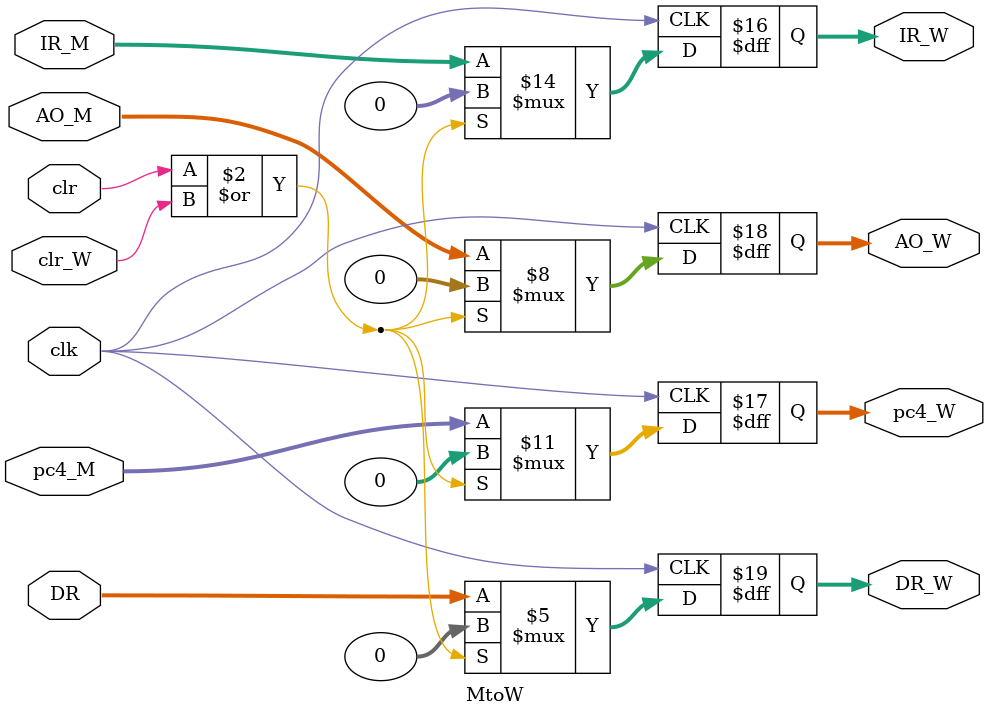
<source format=v>
`timescale 1ns / 1ps
module MtoW(
	input [31:0] IR_M,pc4_M,AO_M,DR,
	output reg [31:0] IR_W,pc4_W,AO_W,DR_W,
	input clk,clr,clr_W
    );
	initial begin
		IR_W=0;
		pc4_W=0;
		AO_W=0;
		DR_W=0;
	end
	
	always @(posedge clk)begin
		if(clr|clr_W)begin
			IR_W<=0;
			pc4_W<=0;
			AO_W<=0;
			DR_W<=0;
		end
		
		else begin
			IR_W<=IR_M;
			pc4_W<=pc4_M;
			AO_W<=AO_M;
			DR_W<=DR;
		end
	end

endmodule

</source>
